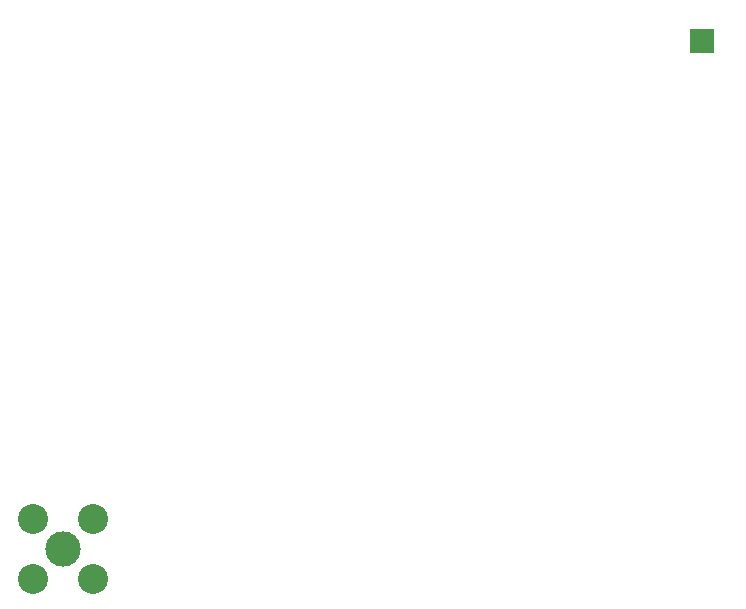
<source format=gbr>
%FSLAX34Y34*%
%MOMM*%
%LNCOPPER_BOTTOM*%
G71*
G01*
%ADD10C, 3.00*%
%ADD11C, 2.54*%
%LPD*%
X91285Y392019D02*
G54D10*
D03*
X116685Y366619D02*
G54D11*
D03*
X116685Y417419D02*
G54D11*
D03*
X65885Y417419D02*
G54D11*
D03*
X65885Y366619D02*
G54D11*
D03*
G36*
X622500Y832500D02*
X642500Y832500D01*
X642500Y812500D01*
X622500Y812500D01*
X622500Y832500D01*
G37*
M02*

</source>
